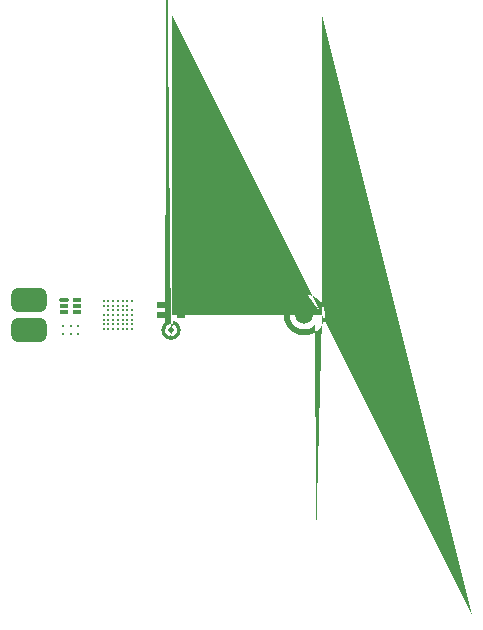
<source format=gts>
%TF.GenerationSoftware,KiCad,Pcbnew,8.0.5*%
%TF.CreationDate,2024-10-26T10:21:32-07:00*%
%TF.ProjectId,cc-ring,63632d72-696e-4672-9e6b-696361645f70,rev?*%
%TF.SameCoordinates,Original*%
%TF.FileFunction,Soldermask,Top*%
%TF.FilePolarity,Negative*%
%FSLAX46Y46*%
G04 Gerber Fmt 4.6, Leading zero omitted, Abs format (unit mm)*
G04 Created by KiCad (PCBNEW 8.0.5) date 2024-10-26 10:21:32*
%MOMM*%
%LPD*%
G01*
G04 APERTURE LIST*
G04 Aperture macros list*
%AMRoundRect*
0 Rectangle with rounded corners*
0 $1 Rounding radius*
0 $2 $3 $4 $5 $6 $7 $8 $9 X,Y pos of 4 corners*
0 Add a 4 corners polygon primitive as box body*
4,1,4,$2,$3,$4,$5,$6,$7,$8,$9,$2,$3,0*
0 Add four circle primitives for the rounded corners*
1,1,$1+$1,$2,$3*
1,1,$1+$1,$4,$5*
1,1,$1+$1,$6,$7*
1,1,$1+$1,$8,$9*
0 Add four rect primitives between the rounded corners*
20,1,$1+$1,$2,$3,$4,$5,0*
20,1,$1+$1,$4,$5,$6,$7,0*
20,1,$1+$1,$6,$7,$8,$9,0*
20,1,$1+$1,$8,$9,$2,$3,0*%
%AMFreePoly0*
4,1,88,-1.238810,1.732880,-0.983455,1.674597,-0.739639,1.578906,-0.512808,1.447945,-0.308029,1.284639,-0.129877,1.092637,0.017669,0.876227,0.131313,0.640243,0.208516,0.389958,0.247553,0.130961,0.250000,0.000000,0.249224,0.000000,0.247151,-0.110927,0.208114,-0.369924,0.130911,-0.620209,0.017267,-0.856193,-0.130279,-1.072603,-0.308431,-1.264605,-0.513210,-1.427911,-0.740041,-1.558872,
-0.983857,-1.654563,-1.239212,-1.712846,-1.500402,-1.732420,-1.761592,-1.712846,-2.016947,-1.654563,-2.260763,-1.558872,-2.487594,-1.427911,-2.692373,-1.264605,-2.870525,-1.072603,-3.018071,-0.856193,-3.131715,-0.620209,-3.208918,-0.369924,-3.247955,-0.110927,-3.250042,0.000790,-2.749982,0.000790,-2.748024,-0.089119,-2.710115,-0.304108,-2.635451,-0.509248,-2.526298,-0.698306,-2.385974,-0.865538,
-2.218742,-1.005862,-2.029684,-1.115015,-1.824544,-1.189679,-1.609555,-1.227588,-1.391249,-1.227588,-1.176260,-1.189679,-0.971120,-1.115015,-0.782062,-1.005862,-0.614830,-0.865538,-0.474506,-0.698306,-0.365353,-0.509248,-0.290689,-0.304108,-0.252780,-0.089119,-0.250419,0.019243,-0.252378,0.109153,-0.290287,0.324142,-0.364951,0.529282,-0.474104,0.718340,-0.614428,0.885572,-0.781660,1.025896,
-0.970718,1.135049,-1.175858,1.209713,-1.390847,1.247622,-1.609153,1.247622,-1.824142,1.209713,-2.029282,1.135049,-2.218340,1.025896,-2.385572,0.885572,-2.525896,0.718340,-2.635049,0.529282,-2.709713,0.324142,-2.747622,0.109153,-2.749982,0.000790,-3.250042,0.000790,-3.250402,0.020034,-3.249626,0.020034,-3.247553,0.130961,-3.208516,0.389958,-3.131313,0.640243,-3.017669,0.876227,
-2.870123,1.092637,-2.691971,1.284639,-2.487192,1.447945,-2.260361,1.578906,-2.016545,1.674597,-1.761190,1.732880,-1.500000,1.752454,-1.238810,1.732880,-1.238810,1.732880,$1*%
%AMFreePoly1*
4,1,53,0.180798,1.454629,0.352531,1.394537,0.506585,1.297738,0.635238,1.169085,0.732037,1.015031,0.792129,0.843298,0.812500,0.662500,0.792129,0.481702,0.732037,0.309969,0.635238,0.155915,0.506585,0.027262,0.352531,-0.069537,0.180798,-0.129629,0.000000,-0.150000,-0.180798,-0.129629,-0.352531,-0.069537,-0.506585,0.027262,-0.635238,0.155915,-0.732037,0.309969,-0.792129,0.481702,
-0.812500,0.662500,-0.517770,0.662500,-0.496797,0.516627,-0.435576,0.382572,-0.339067,0.271196,-0.215089,0.191520,-0.073686,0.150000,0.073686,0.150000,0.215089,0.191520,0.339067,0.271196,0.435576,0.382572,0.496797,0.516627,0.517770,0.662500,0.496797,0.808373,0.435576,0.942428,0.339067,1.053804,0.215089,1.133480,0.073686,1.175000,-0.073686,1.175000,-0.215089,1.133480,
-0.339067,1.053804,-0.435576,0.942428,-0.496797,0.808373,-0.517770,0.662500,-0.812500,0.662500,-0.792129,0.843298,-0.732037,1.015031,-0.635238,1.169085,-0.506585,1.297738,-0.352531,1.394537,-0.180798,1.454629,0.000000,1.475000,0.180798,1.454629,0.180798,1.454629,$1*%
G04 Aperture macros list end*
%ADD10C,1.500000*%
%ADD11FreePoly0,0.000000*%
%ADD12C,0.290000*%
%ADD13RoundRect,0.500000X1.000000X0.500000X-1.000000X0.500000X-1.000000X-0.500000X1.000000X-0.500000X0*%
%ADD14C,0.299999*%
%ADD15RoundRect,0.070000X-0.355000X0.070000X-0.355000X-0.070000X0.355000X-0.070000X0.355000X0.070000X0*%
%ADD16RoundRect,0.070000X-0.305000X0.070000X-0.305000X-0.070000X0.305000X-0.070000X0.305000X0.070000X0*%
%ADD17C,0.500000*%
%ADD18R,0.725000X0.522000*%
%ADD19FreePoly1,0.000000*%
G04 APERTURE END LIST*
D10*
%TO.C,J4*%
X190250000Y-71000000D03*
D11*
X191750000Y-71000000D03*
%TD*%
D12*
%TO.C,U1*%
X173300000Y-69800000D03*
X173700000Y-69800000D03*
X174100000Y-69800000D03*
X174500000Y-69800000D03*
X174900000Y-69800000D03*
X175300000Y-69800000D03*
X175700000Y-69800000D03*
X173300000Y-70200000D03*
X173700000Y-70200000D03*
X174100000Y-70200000D03*
X174500000Y-70200000D03*
X174900000Y-70200000D03*
X175300000Y-70200000D03*
X173700000Y-70600000D03*
X174100000Y-70600000D03*
X174500000Y-70600000D03*
X174900000Y-70600000D03*
X175300000Y-70600000D03*
X175700000Y-70600000D03*
X173300000Y-71000000D03*
X173700000Y-71000000D03*
X174100000Y-71000000D03*
X174500000Y-71000000D03*
X174900000Y-71000000D03*
X175300000Y-71000000D03*
X175700000Y-71000000D03*
X173300000Y-71400000D03*
X173700000Y-71400000D03*
X174100000Y-71400000D03*
X174500000Y-71400000D03*
X174900000Y-71400000D03*
X175300000Y-71400000D03*
X175700000Y-71400000D03*
X173300000Y-71800000D03*
X173700000Y-71800000D03*
X174100000Y-71800000D03*
X174500000Y-71800000D03*
X174900000Y-71800000D03*
X175300000Y-71800000D03*
X175700000Y-71800000D03*
X173300000Y-72200000D03*
X173700000Y-72200000D03*
X174100000Y-72200000D03*
X174500000Y-72200000D03*
X174900000Y-72200000D03*
X175300000Y-72200000D03*
X175700000Y-72200000D03*
%TD*%
D13*
%TO.C,J1*%
X167000000Y-72250000D03*
X167000000Y-69750000D03*
%TD*%
D14*
%TO.C,U3*%
X171150001Y-71924999D03*
X171150001Y-72575001D03*
X170500000Y-71924999D03*
X170500000Y-72575001D03*
X169850001Y-71924999D03*
X169850001Y-72575001D03*
%TD*%
D15*
%TO.C,U2*%
X169975000Y-69750000D03*
D16*
X169925000Y-70250000D03*
X169925000Y-70750000D03*
X171075000Y-70750000D03*
X171075000Y-70250000D03*
X171075000Y-69750000D03*
%TD*%
D17*
%TO.C,MK1*%
X179000000Y-72270000D03*
D18*
X178162500Y-70196000D03*
X178162500Y-71018000D03*
D19*
X179000000Y-72932500D03*
D18*
X179837500Y-71018000D03*
X179837500Y-70196000D03*
%TD*%
M02*

</source>
